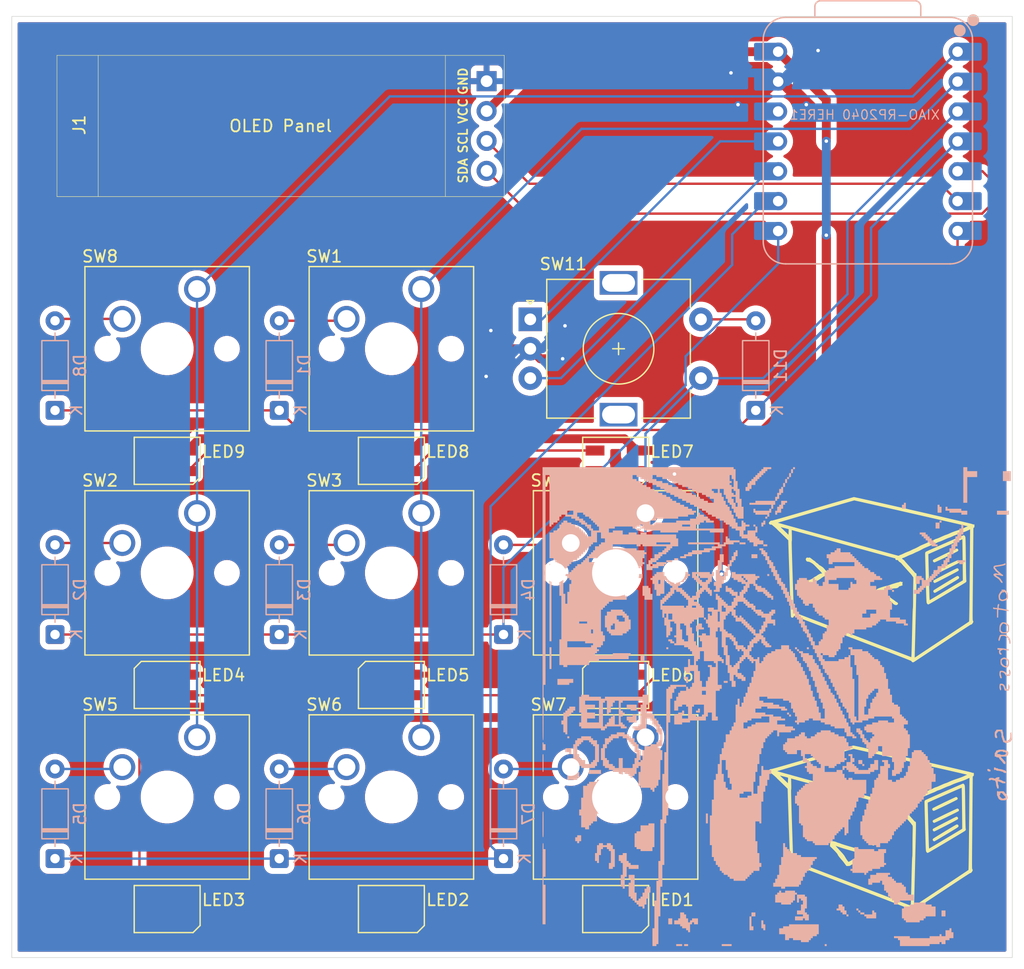
<source format=kicad_pcb>
(kicad_pcb (version 20241229) (generator "pcbnew") (generator_version "9.0")
  (layers (0 "F.Cu" signal) (2 "B.Cu" signal) (13 "F.Paste" user) (15 "B.Paste" user) (5 "F.SilkS" user "F.Silkscreen") (7 "B.SilkS" user "B.Silkscreen") (1 "F.Mask" user) (3 "B.Mask" user) (25 "Edge.Cuts" user))
  (net 0 "")
  (net 1 "Row 0")
  (net 2 "Net-(D1-A)")
  (net 3 "Net-(D2-A)")
  (net 4 "Net-(D3-A)")
  (net 5 "Row 1")
  (net 6 "Net-(D5-A)")
  (net 7 "Net-(D6-A)")
  (net 8 "Row 2")
  (net 9 "Net-(D8-A)")
  (net 10 "SW11S2")
  (net 11 "LED")
  (net 12 "+5V")
  (net 13 "GND")
  (net 14 "Net-(D4-A)")
  (net 15 "Net-(LED1-DOUT)")
  (net 16 "Net-(LED2-DOUT)")
  (net 17 "Net-(LED3-DOUT)")
  (net 18 "Net-(LED4-DOUT)")
  (net 19 "Net-(LED5-DOUT)")
  (net 20 "Net-(LED6-DOUT)")
  (net 21 "Net-(LED7-DOUT)")
  (net 22 "Net-(LED8-DOUT)")
  (net 23 "SDA")
  (net 24 "SCL")
  (net 26 "Column 0")
  (net 27 "Column 1")
  (net 28 "Column 2")
  (net 29 "SW11B")
  (net 30 "SW11A")
  (net 32 "Net-(D7-A)")
  (footprint "3D_Model_Footprints:LED_SK6812MINI" (layer "F.Cu") (at 114.3 104.775)
    (property "Reference" "LED7" (at 4.8 -0.775 0) (layer "F.SilkS"))
    (property "Value" "SK6812MINI")
    (pad "1" smd rect (at -1.75 -0.875) (size 1.6 0.85) (layers "F.Cu" "F.Mask" "F.Paste") (net 21 "Net-(LED7-DOUT)"))
    (pad "2" smd rect (at -1.75 0.875) (size 1.6 0.85) (layers "F.Cu" "F.Mask" "F.Paste") (net 13 "GND"))
    (pad "3" smd rect (at 1.75 0.875) (size 1.6 0.85) (layers "F.Cu" "F.Mask" "F.Paste") (net 20 "Net-(LED6-DOUT)"))
    (pad "4" smd rect (at 1.75 -0.875) (size 1.6 0.85) (layers "F.Cu" "F.Mask" "F.Paste") (net 12 "+5V"))
  )
  (footprint "3D_Model_Footprints:LED_SK6812MINI" (layer "F.Cu") (at 95.25 142.875)
    (property "Reference" "LED2" (at 4.8 -0.775 0) (layer "F.SilkS"))
    (property "Value" "SK6812MINI")
    (pad "1" smd rect (at -1.75 -0.875) (size 1.6 0.85) (layers "F.Cu" "F.Mask" "F.Paste") (net 16 "Net-(LED2-DOUT)"))
    (pad "2" smd rect (at -1.75 0.875) (size 1.6 0.85) (layers "F.Cu" "F.Mask" "F.Paste") (net 13 "GND"))
    (pad "3" smd rect (at 1.75 0.875) (size 1.6 0.85) (layers "F.Cu" "F.Mask" "F.Paste") (net 15 "Net-(LED1-DOUT)"))
    (pad "4" smd rect (at 1.75 -0.875) (size 1.6 0.85) (layers "F.Cu" "F.Mask" "F.Paste") (net 12 "+5V"))
  )
  (footprint "3D_Model_Footprints:SW_Cherry_MX_1.00ul" (layer "F.Cu") (at 78.74 90.17)
    (property "Reference" "SW8" (at -8.24 -2.77 0) (layer "F.SilkS"))
    (property "Value" "SW_Push")
    (pad "" np_thru_hole circle (at -7.62 5.08) (size 1.7 1.7) (drill 1.7) (layers "*.Cu" "*.Mask"))
    (pad "" np_thru_hole circle (at -2.54 5.08) (size 4 4) (drill 4) (layers "*.Cu" "*.Mask"))
    (pad "" np_thru_hole circle (at 2.54 5.08) (size 1.7 1.7) (drill 1.7) (layers "*.Cu" "*.Mask"))
    (pad "1" thru_hole circle (at 0 0) (size 2.2 2.2) (drill 1.5) (layers "*.Cu" "*.Mask") (net 26 "Column 0"))
    (pad "2" thru_hole circle (at -6.35 2.54) (size 2.2 2.2) (drill 1.5) (layers "*.Cu" "*.Mask") (net 9 "Net-(D8-A)"))
  )
  (footprint "3D_Model_Footprints:SW_Cherry_MX_1.00ul" (layer "F.Cu") (at 78.74 109.22)
    (property "Reference" "SW2" (at -8.24 -2.77 0) (layer "F.SilkS"))
    (property "Value" "SW_Push")
    (pad "" np_thru_hole circle (at -7.62 5.08) (size 1.7 1.7) (drill 1.7) (layers "*.Cu" "*.Mask"))
    (pad "" np_thru_hole circle (at -2.54 5.08) (size 4 4) (drill 4) (layers "*.Cu" "*.Mask"))
    (pad "" np_thru_hole circle (at 2.54 5.08) (size 1.7 1.7) (drill 1.7) (layers "*.Cu" "*.Mask"))
    (pad "1" thru_hole circle (at 0 0) (size 2.2 2.2) (drill 1.5) (layers "*.Cu" "*.Mask") (net 26 "Column 0"))
    (pad "2" thru_hole circle (at -6.35 2.54) (size 2.2 2.2) (drill 1.5) (layers "*.Cu" "*.Mask") (net 3 "Net-(D2-A)"))
  )
  (footprint "3D_Model_Footprints:LED_SK6812MINI" (layer "F.Cu") (at 76.2 142.875)
    (property "Reference" "LED3" (at 4.8 -0.775 0) (layer "F.SilkS"))
    (property "Value" "SK6812MINI")
    (pad "1" smd rect (at -1.75 -0.875) (size 1.6 0.85) (layers "F.Cu" "F.Mask" "F.Paste") (net 17 "Net-(LED3-DOUT)"))
    (pad "2" smd rect (at -1.75 0.875) (size 1.6 0.85) (layers "F.Cu" "F.Mask" "F.Paste") (net 13 "GND"))
    (pad "3" smd rect (at 1.75 0.875) (size 1.6 0.85) (layers "F.Cu" "F.Mask" "F.Paste") (net 16 "Net-(LED2-DOUT)"))
    (pad "4" smd rect (at 1.75 -0.875) (size 1.6 0.85) (layers "F.Cu" "F.Mask" "F.Paste") (net 12 "+5V"))
  )
  (footprint "3D_Model_Footprints:SW_Cherry_MX_1.00ul" (layer "F.Cu") (at 116.84 109.22)
    (property "Reference" "SW4" (at -8.24 -2.77 0) (layer "F.SilkS"))
    (property "Value" "SW_Push")
    (pad "" np_thru_hole circle (at -7.62 5.08) (size 1.7 1.7) (drill 1.7) (layers "*.Cu" "*.Mask"))
    (pad "" np_thru_hole circle (at -2.54 5.08) (size 4 4) (drill 4) (layers "*.Cu" "*.Mask"))
    (pad "" np_thru_hole circle (at 2.54 5.08) (size 1.7 1.7) (drill 1.7) (layers "*.Cu" "*.Mask"))
    (pad "1" thru_hole circle (at 0 0) (size 2.2 2.2) (drill 1.5) (layers "*.Cu" "*.Mask") (net 28 "Column 2"))
    (pad "2" thru_hole circle (at -6.35 2.54) (size 2.2 2.2) (drill 1.5) (layers "*.Cu" "*.Mask") (net 14 "Net-(D4-A)"))
  )
  (footprint "3D_Model_Footprints:LED_SK6812MINI" (layer "F.Cu") (at 76.2 104.775)
    (property "Reference" "LED9" (at 4.8 -0.775 0) (layer "F.SilkS"))
    (property "Value" "SK6812MINI")
    (pad "1" smd rect (at -1.75 -0.875) (size 1.6 0.85) (layers "F.Cu" "F.Mask" "F.Paste"))
    (pad "2" smd rect (at -1.75 0.875) (size 1.6 0.85) (layers "F.Cu" "F.Mask" "F.Paste") (net 13 "GND"))
    (pad "3" smd rect (at 1.75 0.875) (size 1.6 0.85) (layers "F.Cu" "F.Mask" "F.Paste") (net 22 "Net-(LED8-DOUT)"))
    (pad "4" smd rect (at 1.75 -0.875) (size 1.6 0.85) (layers "F.Cu" "F.Mask" "F.Paste") (net 12 "+5V"))
  )
  (footprint "3D_Model_Footprints:SW_Cherry_MX_1.00ul" (layer "F.Cu") (at 78.74 128.27)
    (property "Reference" "SW5" (at -8.24 -2.77 0) (layer "F.SilkS"))
    (property "Value" "SW_Push")
    (pad "" np_thru_hole circle (at -7.62 5.08) (size 1.7 1.7) (drill 1.7) (layers "*.Cu" "*.Mask"))
    (pad "" np_thru_hole circle (at -2.54 5.08) (size 4 4) (drill 4) (layers "*.Cu" "*.Mask"))
    (pad "" np_thru_hole circle (at 2.54 5.08) (size 1.7 1.7) (drill 1.7) (layers "*.Cu" "*.Mask"))
    (pad "1" thru_hole circle (at 0 0) (size 2.2 2.2) (drill 1.5) (layers "*.Cu" "*.Mask") (net 26 "Column 0"))
    (pad "2" thru_hole circle (at -6.35 2.54) (size 2.2 2.2) (drill 1.5) (layers "*.Cu" "*.Mask") (net 6 "Net-(D5-A)"))
  )
  (footprint "Images:tv2" (layer "F.Cu") (at 137 116)
    (property "Reference" "G***" (hide yes))
    (property "Value" "LOGO" (hide yes))
  )
  (footprint "3D_Model_Footprints:LED_SK6812MINI" (layer "F.Cu") (at 95.25 104.775)
    (property "Reference" "LED8" (at 4.8 -0.775 0) (layer "F.SilkS"))
    (property "Value" "SK6812MINI")
    (pad "1" smd rect (at -1.75 -0.875) (size 1.6 0.85) (layers "F.Cu" "F.Mask" "F.Paste") (net 22 "Net-(LED8-DOUT)"))
    (pad "2" smd rect (at -1.75 0.875) (size 1.6 0.85) (layers "F.Cu" "F.Mask" "F.Paste") (net 13 "GND"))
    (pad "3" smd rect (at 1.75 0.875) (size 1.6 0.85) (layers "F.Cu" "F.Mask" "F.Paste") (net 21 "Net-(LED7-DOUT)"))
    (pad "4" smd rect (at 1.75 -0.875) (size 1.6 0.85) (layers "F.Cu" "F.Mask" "F.Paste") (net 12 "+5V"))
  )
  (footprint "3D_Model_Footprints:SW_Cherry_MX_1.00ul" (layer "F.Cu") (at 97.79 109.22)
    (property "Reference" "SW3" (at -8.24 -2.77 0) (layer "F.SilkS"))
    (property "Value" "SW_Push")
    (pad "" np_thru_hole circle (at -7.62 5.08) (size 1.7 1.7) (drill 1.7) (layers "*.Cu" "*.Mask"))
    (pad "" np_thru_hole circle (at -2.54 5.08) (size 4 4) (drill 4) (layers "*.Cu" "*.Mask"))
    (pad "" np_thru_hole circle (at 2.54 5.08) (size 1.7 1.7) (drill 1.7) (layers "*.Cu" "*.Mask"))
    (pad "1" thru_hole circle (at 0 0) (size 2.2 2.2) (drill 1.5) (layers "*.Cu" "*.Mask") (net 27 "Column 1"))
    (pad "2" thru_hole circle (at -6.35 2.54) (size 2.2 2.2) (drill 1.5) (layers "*.Cu" "*.Mask") (net 4 "Net-(D3-A)"))
  )
  (footprint "3D_Model_Footprints:SW_Cherry_MX_1.00ul" (layer "F.Cu") (at 97.79 128.27)
    (property "Reference" "SW6" (at -8.24 -2.77 0) (layer "F.SilkS"))
    (property "Value" "SW_Push")
    (pad "" np_thru_hole circle (at -7.62 5.08) (size 1.7 1.7) (drill 1.7) (layers "*.Cu" "*.Mask"))
    (pad "" np_thru_hole circle (at -2.54 5.08) (size 4 4) (drill 4) (layers "*.Cu" "*.Mask"))
    (pad "" np_thru_hole circle (at 2.54 5.08) (size 1.7 1.7) (drill 1.7) (layers "*.Cu" "*.Mask"))
    (pad "1" thru_hole circle (at 0 0) (size 2.2 2.2) (drill 1.5) (layers "*.Cu" "*.Mask") (net 27 "Column 1"))
    (pad "2" thru_hole circle (at -6.35 2.54) (size 2.2 2.2) (drill 1.5) (layers "*.Cu" "*.Mask") (net 7 "Net-(D6-A)"))
  )
  (footprint "3D_Model_Footprints:SW_Cherry_MX_1.00ul" (layer "F.Cu") (at 116.84 128.27)
    (property "Reference" "SW7" (at -8.24 -2.77 0) (layer "F.SilkS"))
    (property "Value" "SW_Push")
    (pad "" np_thru_hole circle (at -7.62 5.08) (size 1.7 1.7) (drill 1.7) (layers "*.Cu" "*.Mask"))
    (pad "" np_thru_hole circle (at -2.54 5.08) (size 4 4) (drill 4) (layers "*.Cu" "*.Mask"))
    (pad "" np_thru_hole circle (at 2.54 5.08) (size 1.7 1.7) (drill 1.7) (layers "*.Cu" "*.Mask"))
    (pad "1" thru_hole circle (at 0 0) (size 2.2 2.2) (drill 1.5) (layers "*.Cu" "*.Mask") (net 28 "Column 2"))
    (pad "2" thru_hole circle (at -6.35 2.54) (size 2.2 2.2) (drill 1.5) (layers "*.Cu" "*.Mask") (net 32 "Net-(D7-A)"))
  )
  (footprint "3D_Model_Footprints:0.91-OLED-4pin" (layer "F.Cu") (at 66.84 70.315)
    (property "Reference" "J1" (at 1.9 5.91 90) (layer "F.SilkS"))
    (property "Value" "OLED Connection")
    (fp_text user "OLED Panel" (at 19 6 0) (layer "F.SilkS"))
    (fp_text user "SDA" (at 34.5 9.81 270) (layer "F.SilkS") (effects (font (size 0.75 0.75))))
    (fp_text user "VCC" (at 34.5 4.73 270) (layer "F.SilkS") (effects (font (size 0.75 0.75))))
    (fp_text user "GND" (at 34.5 2.19 270) (layer "F.SilkS") (effects (font (size 0.75 0.75))))
    (fp_text user "SCL" (at 34.5 7.27 270) (layer "F.SilkS") (effects (font (size 0.75 0.75))))
    (pad "1" thru_hole rect (at 36.5 2.19) (size 1.7 1.7) (drill 1) (layers "*.Cu" "*.Mask") (net 13 "GND"))
    (pad "2" thru_hole oval (at 36.5 4.73) (size 1.7 1.7) (drill 1) (layers "*.Cu" "*.Mask") (net 12 "+5V"))
    (pad "3" thru_hole oval (at 36.5 7.27) (size 1.7 1.7) (drill 1) (layers "*.Cu" "*.Mask") (net 24 "SCL"))
    (pad "4" thru_hole oval (at 36.5 9.81) (size 1.7 1.7) (drill 1) (layers "*.Cu" "*.Mask") (net 23 "SDA"))
  )
  (footprint "3D_Model_Footprints:LED_SK6812MINI" (layer "F.Cu") (at 114.3 123.825 180)
    (property "Reference" "LED6" (at -4.8 0.825 180) (layer "F.SilkS"))
    (property "Value" "SK6812MINI")
    (pad "1" smd rect (at -1.75 -0.875 180) (size 1.6 0.85) (layers "F.Cu" "F.Mask" "F.Paste") (net 20 "Net-(LED6-DOUT)"))
    (pad "2" smd rect (at -1.75 0.875 180) (size 1.6 0.85) (layers "F.Cu" "F.Mask" "F.Paste") (net 13 "GND"))
    (pad "3" smd rect (at 1.75 0.875 180) (size 1.6 0.85) (layers "F.Cu" "F.Mask" "F.Paste") (net 19 "Net-(LED5-DOUT)"))
    (pad "4" smd rect (at 1.75 -0.875 180) (size 1.6 0.85) (layers "F.Cu" "F.Mask" "F.Paste") (net 12 "+5V"))
  )
  (footprint "3D_Model_Footprints:RotaryEncoder_Alps_EC11E-Switch" (layer "F.Cu") (at 107.05 92.75)
    (property "Reference" "SW11" (at 2.8 -4.7 0) (layer "F.SilkS"))
    (property "Value" "RotaryEncoder_Switch")
    (pad "A" thru_hole rect (at 0 0) (size 2 2) (drill 1) (layers "*.Cu" "*.Mask") (net 30 "SW11A"))
    (pad "B" thru_hole circle (at 0 5) (size 2 2) (drill 1) (layers "*.Cu" "*.Mask") (net 29 "SW11B"))
    (pad "C" thru_hole circle (at 0 2.5) (size 2 2) (drill 1) (layers "*.Cu" "*.Mask") (net 13 "GND"))
    (pad "MP" thru_hole rect (at 7.5 -3.1) (size 3.2 2) (drill oval 2.8 1.5) (layers "*.Cu" "*.Mask"))
    (pad "MP" thru_hole rect (at 7.5 8.1) (size 3.2 2) (drill oval 2.8 1.5) (layers "*.Cu" "*.Mask"))
    (pad "S1" thru_hole circle (at 14.5 5) (size 2 2) (drill 1) (layers "*.Cu" "*.Mask") (net 28 "Column 2"))
    (pad "S2" thru_hole circle (at 14.5 0) (size 2 2) (drill 1) (layers "*.Cu" "*.Mask") (net 10 "SW11S2"))
  )
  (footprint "3D_Model_Footprints:LED_SK6812MINI" (layer "F.Cu") (at 114.3 142.875)
    (property "Reference" "LED1" (at 4.8 -0.775 0) (layer "F.SilkS"))
    (property "Value" "SK6812MINI")
    (pad "1" smd rect (at -1.75 -0.875) (size 1.6 0.85) (layers "F.Cu" "F.Mask" "F.Paste") (net 15 "Net-(LED1-DOUT)"))
    (pad "2" smd rect (at -1.75 0.875) (size 1.6 0.85) (layers "F.Cu" "F.Mask" "F.Paste") (net 13 "GND"))
    (pad "3" smd rect (at 1.75 0.875) (size 1.6 0.85) (layers "F.Cu" "F.Mask" "F.Paste") (net 11 "LED"))
    (pad "4" smd rect (at 1.75 -0.875) (size 1.6 0.85) (layers "F.Cu" "F.Mask" "F.Paste") (net 12 "+5V"))
  )
  (footprint "Images:tv" (layer "F.Cu") (at 136.947039 137.118742)
    (property "Reference" "G***" (hide yes))
    (property "Value" "LOGO" (hide yes))
  )
  (footprint "3D_Model_Footprints:SW_Cherry_MX_1.00ul" (layer "F.Cu") (at 97.79 90.17)
    (property "Reference" "SW1" (at -8.24 -2.77 0) (layer "F.SilkS"))
    (property "Value" "SW_Push")
    (pad "" np_thru_hole circle (at -7.62 5.08) (size 1.7 1.7) (drill 1.7) (layers "*.Cu" "*.Mask"))
    (pad "" np_thru_hole circle (at -2.54 5.08) (size 4 4) (drill 4) (layers "*.Cu" "*.Mask"))
    (pad "" np_thru_hole circle (at 2.54 5.08) (size 1.7 1.7) (drill 1.7) (layers "*.Cu" "*.Mask"))
    (pad "1" thru_hole circle (at 0 0) (size 2.2 2.2) (drill 1.5) (layers "*.Cu" "*.Mask") (net 27 "Column 1"))
    (pad "2" thru_hole circle (at -6.35 2.54) (size 2.2 2.2) (drill 1.5) (layers "*.Cu" "*.Mask") (net 2 "Net-(D1-A)"))
  )
  (footprint "3D_Model_Footprints:LED_SK6812MINI" (layer "F.Cu") (at 76.2 123.825 180)
    (property "Reference" "LED4" (at -4.8 0.825 180) (layer "F.SilkS"))
    (property "Value" "SK6812MINI")
    (pad "1" smd rect (at -1.75 -0.875 180) (size 1.6 0.85) (layers "F.Cu" "F.Mask" "F.Paste") (net 18 "Net-(LED4-DOUT)"))
    (pad "2" smd rect (at -1.75 0.875 180) (size 1.6 0.85) (layers "F.Cu" "F.Mask" "F.Paste") (net 13 "GND"))
    (pad "3" smd rect (at 1.75 0.875 180) (size 1.6 0.85) (layers "F.Cu" "F.Mask" "F.Paste") (net 17 "Net-(LED3-DOUT)"))
    (pad "4" smd rect (at 1.75 -0.875 180) (size 1.6 0.85) (layers "F.Cu" "F.Mask" "F.Paste") (net 12 "+5V"))
  )
  (footprint "3D_Model_Footprints:LED_SK6812MINI" (layer "F.Cu") (at 95.25 123.825 180)
    (property "Reference" "LED5" (at -4.8 0.825 180) (layer "F.SilkS"))
    (property "Value" "SK6812MINI")
    (pad "1" smd rect (at -1.75 -0.875 180) (size 1.6 0.85) (layers "F.Cu" "F.Mask" "F.Paste") (net 19 "Net-(LED5-DOUT)"))
    (pad "2" smd rect (at -1.75 0.875 180) (size 1.6 0.85) (layers "F.Cu" "F.Mask" "F.Paste") (net 13 "GND"))
    (pad "3" smd rect (at 1.75 0.875 180) (size 1.6 0.85) (layers "F.Cu" "F.Mask" "F.Paste") (net 18 "Net-(LED4-DOUT)"))
    (pad "4" smd rect (at 1.75 -0.875 180) (size 1.6 0.85) (layers "F.Cu" "F.Mask" "F.Paste") (net 12 "+5V"))
  )
  (footprint "Diode_THT:D_DO-35_SOD27_P7.62mm_Horizontal" (layer "B.Cu") (at 85.725 119.53875 90)
    (property "Reference" "D3" (at 3.81 2.12 90) (layer "B.SilkS") (effects (justify mirror)))
    (property "Value" "1N4148")
    (fp_text user "K" (at 0 1.8 90) (layer "B.SilkS") (effects (justify mirror)))
    (pad "1" thru_hole roundrect (at 0 0 90) (size 1.6 1.6) (drill 0.8) (layers "*.Cu" "*.Mask") (roundrect_rratio 0.15625) (net 5 "Row 1"))
    (pad "2" thru_hole circle (at 7.62 0 90) (size 1.6 1.6) (drill 0.8) (layers "*.Cu" "*.Mask") (net 4 "Net-(D3-A)"))
  )
  (footprint "3D_Model_Footprints:XIAO-RP2040-DIP_3D_Model" (layer "B.Cu") (at 135.73125 77.62 180)
    (property "Reference" "XIAO-RP2040 HERE1" (at 0.26875 2.25 0) (layer "B.SilkS") (effects (font (size 0.8 0.8) (thickness 0.1016)) (justify mirror)))
    (property "Value" "XIAO-RP2040-DIP")
    (pad "1" smd roundrect (at -8.455 7.62) (size 2.432 1.524) (layers "B.Cu" "B.Mask") (roundrect_rratio 0.1) (net 26 "Column 0"))
    (pad "1" thru_hole circle (at -7.62 7.62) (size 1.524 1.524) (drill 0.889) (layers "*.Cu" "*.Mask") (net 26 "Column 0"))
    (pad "2" smd roundrect (at -8.455 5.08) (size 2.432 1.524) (layers "B.Cu" "B.Mask") (roundrect_rratio 0.1) (net 27 "Column 1"))
    (pad "2" thru_hole circle (at -7.62 5.08) (size 1.524 1.524) (drill 0.889) (layers "*.Cu" "*.Mask") (net 27 "Column 1"))
    (pad "3" smd roundrect (at -8.455 2.54) (size 2.432 1.524) (layers "B.Cu" "B.Mask") (roundrect_rratio 0.1) (net 28 "Column 2"))
    (pad "3" thru_hole circle (at -7.62 2.54) (size 1.524 1.524) (drill 0.889) (layers "*.Cu" "*.Mask") (net 28 "Column 2"))
    (pad "4" smd roundrect (at -8.455 0) (size 2.432 1.524) (layers "B.Cu" "B.Mask") (roundrect_rratio 0.1) (net 1 "Row 0"))
    (pad "4" thru_hole circle (at -7.62 0) (size 1.524 1.524) (drill 0.889) (layers "*.Cu" "*.Mask") (net 1 "Row 0"))
    (pad "5" smd roundrect (at -8.455 -2.54) (size 2.432 1.524) (layers "B.Cu" "B.Mask") (roundrect_rratio 0.1) (net 23 "SDA"))
    (pad "5" thru_hole circle (at -7.62 -2.54) (size 1.524 1.524) (drill 0.889) (layers "*.Cu" "*.Mask") (net 23 "SDA"))
    (pad "6" smd roundrect (at -8.455 -5.08) (size 2.432 1.524) (layers "B.Cu" "B.Mask") (roundrect_rratio 0.1) (net 24 "SCL"))
    (pad "6" thru_hole circle (at -7.62 -5.08) (size 1.524 1.524) (drill 0.889) (layers "*.Cu" "*.Mask") (net 24 "SCL"))
    (pad "7" smd roundrect (at -8.455 -7.62) (size 2.432 1.524) (layers "B.Cu" "B.Mask") (roundrect_rratio 0.1) (net 11 "LED"))
    (pad "7" thru_hole circle (at -7.62 -7.62) (size 1.524 1.524) (drill 0.889) (layers "*.Cu" "*.Mask") (net 11 "LED"))
    (pad "8" thru_hole circle (at 7.62 -7.62 180) (size 1.524 1.524) (drill 0.889) (layers "*.Cu" "*.Mask") (net 5 "Row 1"))
    (pad "8" smd roundrect (at 8.455 -7.62 180) (size 2.432 1.524) (layers "B.Cu" "B.Mask") (roundrect_rratio 0.1) (net 5 "Row 1"))
    (pad "9" thru_hole circle (at 7.62 -5.08 180) (size 1.524 1.524) (drill 0.889) (layers "*.Cu" "*.Mask") (net 8 "Row 2"))
    (pad "9" smd roundrect (at 8.455 -5.08 180) (size 2.432 1.524) (layers "B.Cu" "B.Mask") (roundrect_rratio 0.1) (net 8 "Row 2"))
    (pad "10" thru_hole circle (at 7.62 -2.54 180) (size 1.524 1.524) (drill 0.889) (layers "*.Cu" "*.Mask") (net 29 "SW11B"))
    (pad "10" smd roundrect (at 8.455 -2.54 180) (size 2.432 1.524) (layers "B.Cu" "B.Mask") (roundrect_rratio 0.1) (net 29 "SW11B"))
    (pad "11" thru_hole circle (at 7.62 0 180) (size 1.524 1.524) (drill 0.889) (layers "*.Cu" "*.Mask") (net 30 "SW11A"))
    (pad "11" smd roundrect (at 8.455 0 180) (size 2.432 1.524) (layers "B.Cu" "B.Mask") (roundrect_rratio 0.1) (net 30 "SW11A"))
    (pad "12" thru_hole circle (at 7.62 2.54 180) (size 1.524 1.524) (drill 0.889) (layers "*.Cu" "*.Mask"))
    (pad "12" smd roundrect (at 8.455 2.54 180) (size 2.432 1.524) (layers "B.Cu" "B.Mask") (roundrect_rratio 0.1))
    (pad "13" thru_hole circle (at 7.62 5.08 180) (size 1.524 1.524) (drill 0.889) (layers "*.Cu" "*.Mask") (net 13 "GND"))
    (pad "13" smd roundrect (at 8.455 5.08 180) (size 2.432 1.524) (layers "B.Cu" "B.Mask") (roundrect_rratio 0.1) (net 13 "GND"))
    (pad "14" thru_hole circle (at 7.62 7.62 180) (size 1.524 1.524) (drill 0.889) (layers "*.Cu" "*.Mask") (net 12 "+5V"))
    (pad "14" smd roundrect (at 8.455 7.62 180) (size 2.432 1.524) (layers "B.Cu" "B.Mask") (roundrect_rratio 0.1) (net 12 "+5V"))
  )
  (footprint "Diode_THT:D_DO-35_SOD27_P7.62mm_Horizontal" (layer "B.Cu") (at 85.725 138.58875 90)
    (property "Reference" "D6" (at 3.81 2.12 90) (layer "B.SilkS") (effects (justify mirror)))
    (property "Value" "1N4148")
    (fp_text user "K" (at 0 1.8 90) (layer "B.SilkS") (effects (justify mirror)))
    (pad "1" thru_hole roundrect (at 0 0 90) (size 1.6 1.6) (drill 0.8) (layers "*.Cu" "*.Mask") (roundrect_rratio 0.15625) (net 8 "Row 2"))
    (pad "2" thru_hole circle (at 7.62 0 90) (size 1.6 1.6) (drill 0.8) (layers "*.Cu" "*.Mask") (net 7 "Net-(D6-A)"))
  )
  (footprint "Diode_THT:D_DO-35_SOD27_P7.62mm_Horizontal" (layer "B.Cu") (at 66.675 100.48875 90)
    (property "Reference" "D8" (at 3.81 2.12 90) (layer "B.SilkS") (effects (justify mirror)))
    (property "Value" "1N4148")
    (fp_text user "K" (at 0 1.8 90) (layer "B.SilkS") (effects (justify mirror)))
    (pad "1" thru_hole roundrect (at 0 0 90) (size 1.6 1.6) (drill 0.8) (layers "*.Cu" "*.Mask") (roundrect_rratio 0.15625) (net 1 "Row 0"))
    (pad "2" thru_hole circle (at 7.62 0 90) (size 1.6 1.6) (drill 0.8) (layers "*.Cu" "*.Mask") (net 9 "Net-(D8-A)"))
  )
  (footprint "Images:anime" (layer "B.Cu") (at 128.1 125.7 180)
    (property "Reference" "anime" (hide yes))
    (property "Value" "LOGO" (hide yes))
  )
  (footprint "Diode_THT:D_DO-35_SOD27_P7.62mm_Horizontal" (layer "B.Cu") (at 66.675 119.53875 90)
    (property "Reference" "D2" (at 3.81 2.12 90) (layer "B.SilkS") (effects (justify mirror)))
    (property "Value" "1N4148")
    (fp_text user "K" (at 0 1.8 90) (layer "B.SilkS") (effects (justify mirror)))
    (pad "1" thru_hole roundrect (at 0 0 90) (size 1.6 1.6) (drill 0.8) (layers "*.Cu" "*.Mask") (roundrect_rratio 0.15625) (net 5 "Row 1"))
    (pad "2" thru_hole circle (at 7.62 0 90) (size 1.6 1.6) (drill 0.8) (layers "*.Cu" "*.Mask") (net 3 "Net-(D2-A)"))
  )
  (footprint "Diode_THT:D_DO-35_SOD27_P7.62mm_Horizontal" (layer "B.Cu") (at 126.20625 100.48875 90)
    (property "Reference" "D11" (at 3.81 2.12 90) (layer "B.SilkS") (effects (justify mirror)))
    (property "Value" "1N4148")
    (fp_text user "K" (at 0 1.8 90) (layer "B.SilkS") (effects (justify mirror)))
    (pad "1" thru_hole roundrect (at 0 0 90) (size 1.6 1.6) (drill 0.8) (layers "*.Cu" "*.Mask") (roundrect_rratio 0.15625) (net 1 "Row 0"))
    (pad "2" thru_hole circle (at 7.62 0 90) (size 1.6 1.6) (drill 0.8) (layers "*.Cu" "*.Mask") (net 10 "SW11S2"))
  )
  (footprint "Diode_THT:D_DO-35_SOD27_P7.62mm_Horizontal" (layer "B.Cu") (at 104.775 138.58875 90)
    (property "Reference" "D7" (at 3.81 2.12 90) (layer "B.SilkS") (effects (justify mirror)))
    (property "Value" "1N4148")
    (fp_text user "K" (at 0 1.8 90) (layer "B.SilkS") (effects (justify mirror)))
    (pad "1" thru_hole roundrect (at 0 0 90) (size 1.6 1.6) (drill 0.8) (layers "*.Cu" "*.Mask") (roundrect_rratio 0.15625) (net 8 "Row 2"))
    (pad "2" thru_hole circle (at 7.62 0 90) (size 1.6 1.6) (drill 0.8) (layers "*.Cu" "*.Mask") (net 32 "Net-(D7-A)"))
  )
  (footprint "Diode_THT:D_DO-35_SOD27_P7.62mm_Horizontal" (layer "B.Cu") (at 66.675 138.58875 90)
    (property "Reference" "D5" (at 3.81 2.12 90) (layer "B.SilkS") (effects (justify mirror)))
    (property "Value" "1N4148")
    (fp_text user "K" (at 0 1.8 90) (layer "B.SilkS") (effects (justify mirror)))
    (pad "1" thru_hole roundrect (at 0 0 90) (size 1.6 1.6) (drill 0.8) (layers "*.Cu" "*.Mask") (roundrect_rratio 0.15625) (net 8 "Row 2"))
    (pad "2" thru_hole circle (at 7.62 0 90) (size 1.6 1.6) (drill 0.8) (layers "*.Cu" "*.Mask") (net 6 "Net-(D5-A)"))
  )
  (footprint "Diode_THT:D_DO-35_SOD27_P7.62mm_Horizontal" (layer "B.Cu") (at 104.775 119.53875 90)
    (property "Reference" "D4" (at 3.81 2.12 90) (layer "B.SilkS") (effects (justify mirror)))
    (property "Value" "1N4148")
    (fp_text user "K" (at 0 1.8 90) (layer "B.SilkS") (effects (justify mirror)))
    (pad "1" thru_hole roundrect (at 0 0 90) (size 1.6 1.6) (drill 0.8) (layers "*.Cu" "*.Mask") (roundrect_rratio 0.15625) (net 5 "Row 1"))
    (pad "2" thru_hole circle (at 7.62 0 90) (size 1.6 1.6) (drill 0.8) (layers "*.Cu" "*.Mask") (net 14 "Net-(D4-A)"))
  )
  (footprint "Diode_THT:D_DO-35_SOD27_P7.62mm_Horizontal" (layer "B.Cu") (at 85.725 100.48875 90)
    (property "Reference" "D1" (at 3.81 2.12 90) (layer "B.SilkS") (effects (justify mirror)))
    (property "Value" "1N4148")
    (fp_text user "K" (at 0 1.8 90) (layer "B.SilkS") (effects (justify mirror)))
    (pad "1" thru_hole roundrect (at 0 0 90) (size 1.6 1.6) (drill 0.8) (layers "*.Cu" "*.Mask") (roundrect_rratio 0.15625) (net 1 "Row 0"))
    (pad "2" thru_hole circle (at 7.62 0 90) (size 1.6 1.6) (drill 0.8) (layers "*.Cu" "*.Mask") (net 2 "Net-(D1-A)"))
  )
  (gr_rect (start 63 67) (end 148 147) (stroke (width 0.05)) (fill no) (layer "Edge.Cuts"))
  (segment (start 66.675 100.48875) (end 85.725 100.48875) (width 0.2) (layer "F.Cu") (net 1))
  (segment (start 124.544 102.151) (end 126.20625 100.48875) (width 0.2) (layer "F.Cu") (net 1))
  (segment (start 87.38725 102.151) (end 124.544 102.151) (width 0.2) (layer "F.Cu") (net 1))
  (segment (start 85.725 100.48875) (end 87.38725 102.151) (width 0.2) (layer "F.Cu") (net 1))
  (segment (start 136 84.97125) (end 143.35125 77.62) (width 0.2) (layer "B.Cu") (net 1))
  (segment (start 136 90.695) (end 136 84.97125) (width 0.2) (layer "B.Cu") (net 1))
  (segment (start 126.20625 100.48875) (end 136 90.695) (width 0.2) (layer "B.Cu") (net 1))
  (segment (start 85.725 92.86875) (end 91.28125 92.86875) (width 0.2) (layer "F.Cu") (net 2))
  (segment (start 91.28125 92.86875) (end 91.44 92.71) (width 0.2) (layer "F.Cu") (net 2))
  (segment (start 66.83375 111.76) (end 66.675 111.91875) (width 0.2) (layer "F.Cu") (net 3))
  (segment (start 72.39 111.76) (end 66.83375 111.76) (width 0.2) (layer "F.Cu") (net 3))
  (segment (start 91.28125 111.91875) (end 91.44 111.76) (width 0.2) (layer "F.Cu") (net 4))
  (segment (start 85.725 111.91875) (end 91.28125 111.91875) (width 0.2) (layer "F.Cu") (net 4))
  (segment (start 85.725 119.53875) (end 104.775 119.53875) (width 0.2) (layer "F.Cu") (net 5))
  (segment (start 66.675 119.53875) (end 85.725 119.53875) (width 0.2) (layer "F.Cu") (net 5))
  (segment (start 104.775 113.827) (end 120.249 98.353) (width 0.2) (layer "B.Cu") (net 5))
  (segment (start 120.249 95.890892) (end 128.11125 88.028642) (width 0.2) (layer "B.Cu") (net 5))
  (segment (start 128.11125 88.028642) (end 128.11125 85.24) (width 0.2) (layer "B.Cu") (net 5))
  (segment (start 120.249 98.353) (end 120.249 95.890892) (width 0.2) (layer "B.Cu") (net 5))
  (segment (start 104.775 119.53875) (end 104.775 113.827) (width 0.2) (layer "B.Cu") (net 5))
  (segment (start 72.23125 130.96875) (end 72.39 130.81) (width 0.2) (layer "B.Cu") (net 6))
  (segment (start 66.675 130.96875) (end 72.23125 130.96875) (width 0.2) (layer "B.Cu") (net 6))
  (segment (start 91.28125 130.96875) (end 91.44 130.81) (width 0.2) (layer "B.Cu") (net 7))
  (segment (start 85.725 130.96875) (end 91.28125 130.96875) (width 0.2) (layer "B.Cu") (net 7))
  (segment (start 66.675 138.58875) (end 85.725 138.58875) (width 0.2) (layer "B.Cu") (net 8))
  (segment (start 124.2 85.53362) (end 127.03362 82.7) (width 0.2) (layer "B.Cu") (net 8))
  (segment (start 124.2 88.123624) (end 124.2 85.53362) (width 0.2) (layer "B.Cu") (net 8))
  (segment (start 127.03362 82.7) (end 128.11125 82.7) (width 0.2) (layer "B.Cu") (net 8))
  (segment (start 104.775 138.58875) (end 103.674 137.48775) (width 0.2) (layer "B.Cu") (net 8))
  (segment (start 103.674 137.48775) (end 103.674 108.649624) (width 0.2) (layer "B.Cu") (net 8))
  (segment (start 103.674 108.649624) (end 124.2 88.123624) (width 0.2) (layer "B.Cu") (net 8))
  (segment (start 85.725 138.58875) (end 104.775 138.58875) (width 0.2) (layer "B.Cu") (net 8))
  (segment (start 66.83375 92.71) (end 66.675 92.86875) (width 0.2) (layer "F.Cu") (net 9))
  (segment (start 72.39 92.71) (end 66.83375 92.71) (width 0.2) (layer "F.Cu") (net 9))
  (segment (start 121.55 92.75) (end 126.0875 92.75) (width 0.2) (layer "F.Cu") (net 10))
  (segment (start 126.0875 92.75) (end 126.20625 92.86875) (width 0.2) (layer "F.Cu") (net 10))
  (segment (start 116.05 143.75) (end 143.35125 116.44875) (width 0.2) (layer "F.Cu") (net 11))
  (segment (start 143.35125 116.44875) (end 143.35125 85.24) (width 0.2) (layer "F.Cu") (net 11))
  (segment (start 125.1 103.9) (end 132.2 96.8) (width 0.75) (layer "F.Cu") (net 12))
  (segment (start 132.2 77.6) (end 132.2 74.08875) (width 0.75) (layer "F.Cu") (net 12))
  (segment (start 77.95 142) (end 78.951 140.999) (width 0.75) (layer "F.Cu") (net 12))
  (segment (start 117.426 125.701) (end 132.2 110.927) (width 0.75) (layer "F.Cu") (net 12))
  (segment (start 74.45 124.7) (end 75.451 125.701) (width 0.75) (layer "F.Cu") (net 12))
  (segment (start 115.049 102.899) (end 116.05 103.9) (width 0.75) (layer "F.Cu") (net 12))
  (segment (start 132.2 125.85) (end 132.2 85.6) (width 0.75) (layer "F.Cu") (net 12))
  (segment (start 97 103.9) (end 98.001 102.899) (width 0.75) (layer "F.Cu") (net 12))
  (segment (start 78.951 102.899) (end 95.999 102.899) (width 0.75) (layer "F.Cu") (net 12))
  (segment (start 116.05 142) (end 132.2 125.85) (width 0.75) (layer "F.Cu") (net 12))
  (segment (start 112.55 124.7) (end 113.551 125.701) (width 0.75) (layer "F.Cu") (net 12))
  (segment (start 110.656 126.594) (end 112.55 124.7) (width 0.75) (layer "F.Cu") (net 12))
  (segment (start 132.2 96.8) (end 132.2 85.6) (width 0.75) (layer "F.Cu") (net 12))
  (segment (start 114.875 140.825) (end 116.05 142) (width 0.75) (layer "F.Cu") (net 12))
  (segment (start 95.999 102.899) (end 97 103.9) (width 0.75) (layer "F.Cu") (net 12))
  (segment (start 77.95 103.9) (end 78.951 102.899) (width 0.75) (layer "F.Cu") (net 12))
  (segment (start 116.05 103.9) (end 125.1 103.9) (width 0.75) (layer "F.Cu") (net 12))
  (segment (start 97 142) (end 98.175 140.825) (width 0.75) (layer "F.Cu") (net 12))
  (segment (start 113.551 125.701) (end 117.426 125.701) (width 0.75) (layer "F.Cu") (net 12))
  (segment (start 132.2 110.927) (end 132.2 85.6) (width 0.75) (layer "F.Cu") (net 12))
  (segment (start 128.11125 70) (end 108.385 70) (width 0.75) (layer "F.Cu") (net 12))
  (segment (start 95.999 140.999) (end 97 142) (width 0.75) (layer "F.Cu") (net 12))
  (segment (start 108.385 70) (end 103.34 75.045) (width 0.75) (layer "F.Cu") (net 12))
  (segment (start 98.175 140.825) (end 114.875 140.825) (width 0.75) (layer "F.Cu") (net 12))
  (segment (start 98.001 102.899) (end 115.049 102.899) (width 0.75) (layer "F.Cu") (net 12))
  (segment (start 75.451 125.701) (end 92.499 125.701) (width 0.75) (layer "F.Cu") (net 12))
  (segment (start 93.5 124.7) (end 95.394 126.594) (width 0.75) (layer "F.Cu") (net 12))
  (segment (start 78.951 140.999) (end 95.999 140.999) (width 0.75) (layer "F.Cu") (net 12))
  (segment (start 132.2 74.08875) (end 128.11125 70) (width 0.75) (layer "F.Cu") (net 12))
  (segment (start 92.499 125.701) (end 93.5 124.7) (width 0.75) (layer "F.Cu") (net 12))
  (segment (start 95.394 126.594) (end 110.656 126.594) (width 0.75) (layer "F.Cu") (net 12))
  (via (at 132.2 77.6) (size 0.6) (drill 0.3) (layers "F.Cu" "B.Cu") (net 12))
  (via (at 132.2 85.6) (size 0.6) (drill 0.3) (layers "F.Cu" "B.Cu") (net 12))
  (segment (start 132.2 85.6) (end 132.2 77.6) (width 0.75) (layer "B.Cu") (net 12))
  (segment (start 126.66 72.54) (end 124.7 74.5) (width 0.75) (layer "F.Cu") (net 13))
  (segment (start 105.25 95.25) (end 107.05 95.25) (width 0.75) (layer "F.Cu") (net 13))
  (segment (start 128.11125 72.54) (end 128.54 72.54) (width 0.75) (layer "F.Cu") (net 13))
  (segment (start 109.8 96.1) (end 107.9 96.1) (width 0.75) (layer "F.Cu") (net 13))
  (segment (start 103.7 93.7) (end 105.25 95.25) (width 0.75) (layer "F.Cu") (net 13))
  (segment (start 107.9 96.1) (end 107.05 95.25) (width 0.75) (layer "F.Cu") (net 13))
  (segment (start 128.54 72.54) (end 130.5 74.5) (width 0.75) (layer "F.Cu") (net 13))
  (segment (start 128.11125 72.54) (end 126.66 72.54) (width 0.75) (layer "F.Cu") (net 13))
  (via (at 103.7 93.7) (size 0.6) (drill 0.3) (layers "F.Cu" "B.Cu") (net 13))
  (via (at 103.3 97.6) (size 0.6) (drill 0.3) (layers "F.Cu" "B.Cu") (net 13))
  (via (at 124.1 71.8) (size 0.6) (drill 0.3) (layers "F.Cu" "B.Cu") (net 13))
  (via (at 110 93.3) (size 0.6) (drill 0.3) (layers "F.Cu" "B.Cu") (net 13))
  (via (at 130.5 74.5) (size 0.6) (drill 0.3) (layers "F.Cu" "B.Cu") (net 13))
  (via (at 109.8 96.1) (size 0.6) (drill 0.3) (layers "F.Cu" "B.Cu") (net 13))
  (via (at 131.5 69.9) (size 0.6) (drill 0.3) (layers "F.Cu" "B.Cu") (net 13))
  (via (at 124.7 74.5) (size 0.6) (drill 0.3) (layers "F.Cu" "B.Cu") (net 13))
  (segment (start 124.1 71.8) (end 127.37125 71.8) (width 0.75) (layer "B.Cu") (net 13))
  (segment (start 110 93.3) (end 108.05 95.25) (width 0.75) (layer "B.Cu") (net 13))
  (segment (start 127.37125 71.8) (end 128.11125 72.54) (width 0.75) (layer "B.Cu") (net 13))
  (segment (start 103.6 97.6) (end 105.95 95.25) (width 0.75) (layer "B.Cu") (net 13))
  (segment (start 128.86 72.54) (end 131.5 69.9) (width 0.75) (layer "B.Cu") (net 13))
  (segment (start 103.3 97.6) (end 103.6 97.6) (width 0.75) (layer "B.Cu") (net 13))
  (segment (start 108.05 95.25) (end 107.05 95.25) (width 0.75) (layer "B.Cu") (net 13))
  (segment (start 105.95 95.25) (end 107.05 95.25) (width 0.75) (layer "B.Cu") (net 13))
  (segment (start 128.11125 72.54) (end 128.86 72.54) (width 0.75) (layer "B.Cu") (net 13))
  (segment (start 110.33125 111.91875) (end 110.49 111.76) (width 0.2) (layer "F.Cu") (net 14))
  (segment (start 104.775 111.91875) (end 110.33125 111.91875) (width 0.2) (layer "F.Cu") (net 14))
  (segment (start 98.75 142) (end 97 143.75) (width 0.2) (layer "F.Cu") (net 15))
  (segment (start 112.55 142) (end 98.75 142) (width 0.2) (layer "F.Cu") (net 15))
  (segment (start 93.5 142) (end 79.7 142) (width 0.2) (layer "F.Cu") (net 16))
  (segment (start 79.7 142) (end 77.95 143.75) (width 0.2) (layer "F.Cu") (net 16))
  (segment (start 73.349 124.051) (end 74.45 122.95) (width 0.2) (layer "F.Cu") (net 17))
  (segment (start 74.45 142) (end 73.849 141.399) (width 0.2) (layer "F.Cu") (net 17))
  (segment (start 73.849 141.399) (end 73.849 125.926) (width 0.2) (layer "F.Cu") (net 17))
  (segment (start 73.849 125.926) (end 73.349 125.426) (width 0.2) (layer "F.Cu") (net 17))
  (segment (start 73.349 125.426) (end 73.349 124.051) (width 0.2) (layer "F.Cu") (net 17))
  (segment (start 91.75 124.7) (end 93.5 122.95) (width 0.2) (layer "F.Cu") (net 18))
  (segment (start 77.95 124.7) (end 91.75 124.7) (width 0.2) (layer "F.Cu") (net 18))
  (segment (start 97 124.7) (end 110.8 124.7) (width 0.2) (layer "F.Cu") (net 19))
  (segment (start 110.8 124.7) (end 112.55 122.95) (width 0.2) (layer "F.Cu") (net 19))
  (segment (start 119.05 105.65) (end 116.05 105.65) (width 0.2) (layer "F.Cu") (net 20))
  (segment (start 119.3 105.9) (end 119.05 105.65) (width 0.2) (layer "F.Cu") (net 20))
  (segment (start 116.05 124.7) (end 123.3 117.45) (width 0.2) (layer "F.Cu") (net 20))
  (segment (start 123.3 117.45) (end 123.3 114.4) (width 0.2) (layer "F.Cu") (net 20))
  (via (at 123.3 114.4) (size 0.6) (drill 0.3) (layers "F.Cu" "B.Cu") (net 20))
  (via (at 119.3 105.9) (size 0.6) (drill 0.3) (layers "F.Cu" "B.Cu") (net 20))
  (segment (start 123.3 109.9) (end 119.3 105.9) (width 0.2) (layer "B.Cu") (net 20))
  (segment (start 123.3 114.4) (end 123.3 109.9) (width 0.2) (layer "B.Cu") (net 20))
  (segment (start 98.75 103.9) (end 97 105.65) (width 0.2) (layer "F.Cu") (net 21))
  (segment (start 112.55 103.9) (end 98.75 103.9) (width 0.2) (layer "F.Cu") (net 21))
  (segment (start 93.5 103.9) (end 79.7 103.9) (width 0.2) (layer "F.Cu") (net 22))
  (segment (start 79.7 103.9) (end 77.95 105.65) (width 0.2) (layer "F.Cu") (net 22))
  (segment (start 106.978 83.763) (end 145.437 83.763) (width 0.2) (layer "F.Cu") (net 23))
  (segment (start 146.5 81.2) (end 145.46 80.16) (width 0.2) (layer "F.Cu") (net 23))
  (segment (start 103.34 80.125) (end 106.978 83.763) (width 0.2) (layer "F.Cu") (net 23))
  (segment (start 146.5 82.7) (end 146.5 81.2) (width 0.2) (layer "F.Cu") (net 23))
  (segment (start 145.46 80.16) (end 143.35125 80.16) (width 0.2) (layer "F.Cu") (net 23))
  (segment (start 145.437 83.763) (end 146.5 82.7) (width 0.2) (layer "F.Cu") (net 23))
  (segment (start 106.978 81.223) (end 141.87425 81.223) (width 0.2) (layer "F.Cu") (net 24))
  (segment (start 103.34 77.585) (end 106.978 81.223) (width 0.2) (layer "F.Cu") (net 24))
  (segment (start 141.87425 81.223) (end 143.35125 82.7) (width 0.2) (layer "F.Cu") (net 24))
  (segment (start 95.11 73.8) (end 139.55125 73.8) (width 0.2) (layer "B.Cu") (net 26))
  (segment (start 78.74 128.27) (end 78.74 90.17) (width 0.2) (layer "B.Cu") (net 26))
  (segment (start 139.55125 73.8) (end 143.35125 70) (width 0.2) (layer "B.Cu") (net 26))
  (segment (start 78.74 90.17) (end 95.11 73.8) (width 0.2) (layer "B.Cu") (net 26))
  (segment (start 97.79 128.27) (end 97.79 90.17) (width 0.2) (layer "B.Cu") (net 27))
  (segment (start 111.403 76.557) (end 139.33425 76.557) (width 0.2) (layer "B.Cu") (net 27))
  (segment (start 97.79 90.17) (end 111.403 76.557) (width 0.2) (layer "B.Cu") (net 27))
  (segment (start 139.33425 76.557) (end 143.35125 72.54) (width 0.2) (layer "B.Cu") (net 27))
  (segment (start 134 90.6) (end 134 84.43125) (width 0.2) (layer "B.Cu") (net 28))
  (segment (start 121.55 97.75) (end 126.85 97.75) (width 0.2) (layer "B.Cu") (net 28))
  (segment (start 126.85 97.75) (end 134 90.6) (width 0.2) (layer "B.Cu") (net 28))
  (segment (start 116.84 109.22) (end 116.84 102.46) (width 0.2) (layer "B.Cu") (net 28))
  (segment (start 134 84.43125) (end 143.35125 75.08) (width 0.2) (layer "B.Cu") (net 28))
  (segment (start 116.84 128.27) (end 116.84 109.22) (width 0.2) (layer "B.Cu") (net 28))
  (segment (start 116.84 102.46) (end 121.55 97.75) (width 0.2) (layer "B.Cu") (net 28))
  (segment (start 127.242 80.16) (end 128.11125 80.16) (width 0.2) (layer "B.Cu") (net 29))
  (segment (start 107.05 97.75) (end 109.652 97.75) (width 0.2) (layer "B.Cu") (net 29))
  (segment (start 109.652 97.75) (end 127.242 80.16) (width 0.2) (layer "B.Cu") (net 29))
  (segment (start 108.05 92.75) (end 123.18 77.62) (width 0.2) (layer "B.Cu") (net 30))
  (segment (start 123.18 77.62) (end 128.11125 77.62) (width 0.2) (layer "B.Cu") (net 30))
  (segment (start 107.05 92.75) (end 108.05 92.75) (width 0.2) (layer "B.Cu") (net 30))
  (segment (start 110.33125 130.96875) (end 110.49 130.81) (width 0.2) (layer "B.Cu") (net 32))
  (segment (start 104.775 130.96875) (end 110.33125 130.96875) (width 0.2) (layer "B.Cu") (net 32))
  (zone (net 13) (net_name "GND") (layers "F.Cu" "B.Cu") (connect_pads (clearance 0.5)) (min_thickness 0.25) (fill yes (thermal_gap 0.5) (thermal_bridge_width 0.5))
    (polygon (pts (xy 62 66) (xy 149 66) (xy 149 148) (xy 62 148)))
  )
)
</source>
